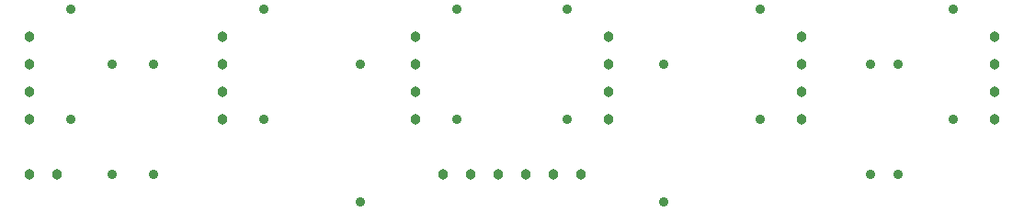
<source format=gbr>
G04 DipTrace 3.2.0.0*
G04 TopMask.gbr*
%MOMM*%
G04 #@! TF.FileFunction,Soldermask,Top*
G04 #@! TF.Part,Single*
%ADD19C,0.9652*%
%ADD20C,0.889*%
%FSLAX35Y35*%
G04*
G71*
G90*
G75*
G01*
G04 TopMask*
%LPD*%
D19*
X566166Y693928D3*
X4122166Y1963928D3*
X7678166Y1201928D3*
X5900166Y1963928D3*
X5392166Y693928D3*
X2344166Y1455928D3*
X566166Y1201928D3*
X4630166Y693928D3*
X4122166Y1201928D3*
X820166Y693928D3*
X7678166Y1455928D3*
X566166D3*
X7678166Y1963928D3*
X9456166D3*
X566166Y1709928D3*
X9456166Y1455928D3*
X7678166Y1709928D3*
X5138166Y693928D3*
X4122166Y1709928D3*
X5900166Y1455928D3*
X9456166Y1709928D3*
X5646166Y693928D3*
X4122166Y1455928D3*
X4884166Y693928D3*
X2344166Y1709928D3*
X5900166Y1201928D3*
Y1709928D3*
X4376166Y693928D3*
X2344166Y1963928D3*
X566166D3*
X2344166Y1201928D3*
X9456166D3*
D20*
X3614166Y1709928D3*
X7297166Y2217928D3*
X1709166Y693928D3*
X8567166Y1709928D3*
X1709166D3*
X9075166Y2217928D3*
X2725166D3*
X4503166D3*
X6408166Y439928D3*
X8313166Y1709928D3*
X947166Y1201928D3*
X6408166Y1709928D3*
X3614166Y439928D3*
X7297166Y1201928D3*
X2725166D3*
X947166Y2217928D3*
X8313166Y693928D3*
X9075166Y1201928D3*
X8567166Y693928D3*
X1328166Y1709928D3*
Y693928D3*
X5519166Y1201928D3*
X4503166D3*
X5519166Y2217928D3*
M02*

</source>
